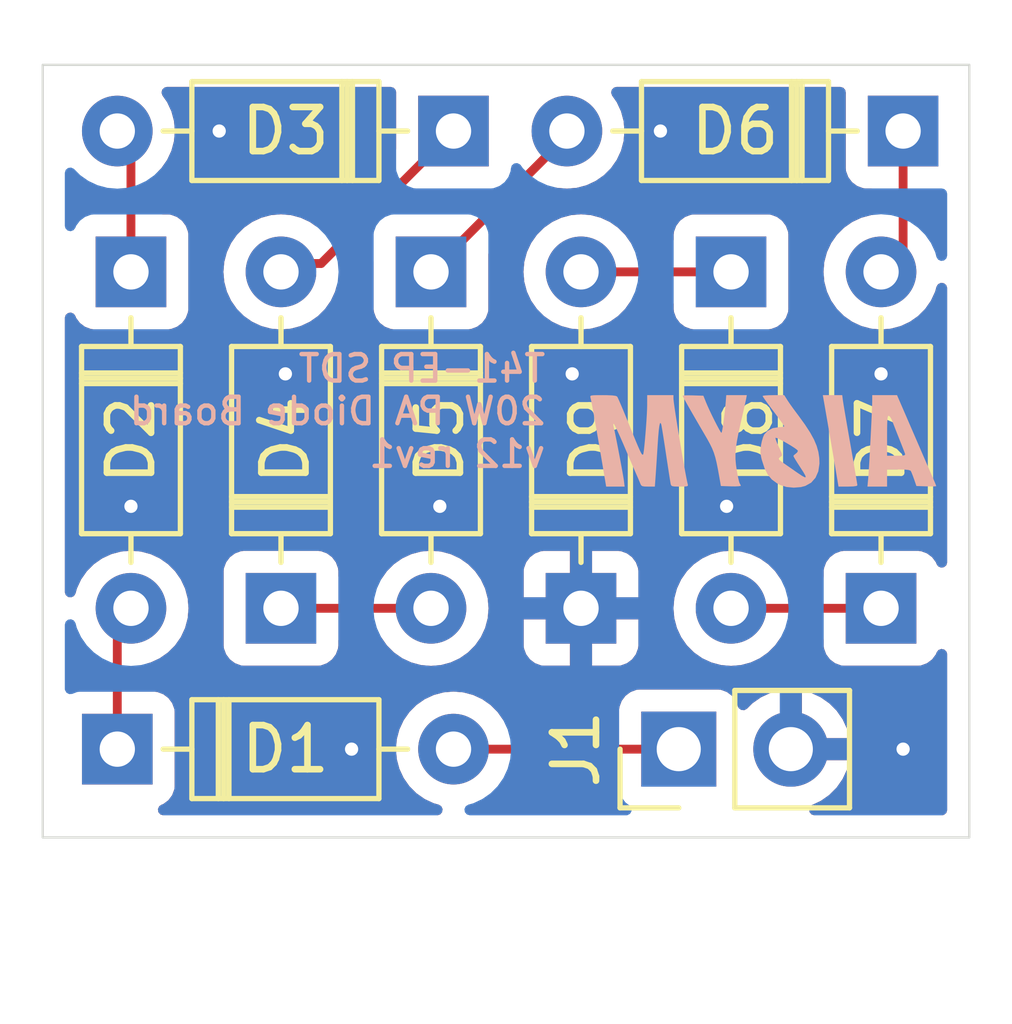
<source format=kicad_pcb>
(kicad_pcb (version 20240108) (generator "pcbnew") (generator_version "8.0")
  (layers (0 "F.Cu" signal) (31 "B.Cu" signal) (34 "B.Paste" user) (35 "F.Paste" user) (36 "B.SilkS" user "B.Silkscreen") (37 "F.SilkS" user "F.Silkscreen") (38 "B.Mask" user) (39 "F.Mask" user) (44 "Edge.Cuts" user))
  (net 0 "")
  (net 1 "Net-(D1-K)")
  (net 2 "Net-(D1-A)")
  (net 3 "Net-(D5-K)")
  (net 4 "Net-(D6-K)")
  (net 5 "Net-(D7-K)")
  (net 6 "Net-(D8-K)")
  (net 7 "Net-(D2-K)")
  (net 8 "Net-(D3-K)")
  (net 9 "Net-(D4-K)")
  (net 10 "GND")
  (footprint "Diode_THT:D_DO-35_SOD27_P7.62mm_Horizontal" (layer "F.Cu") (at 108.299998 53.69 -90)
    (property "Reference" "D5" (at 3.81 -0.200002 90) (layer "F.SilkS"))
    (property "Value" "1N4148")
    (fp_line (start 1.69 1.12) (end 5.93 1.12) (stroke (width 0.12)) (layer "F.SilkS"))
    (fp_line (start 5.93 1.12) (end 5.93 -1.12) (stroke (width 0.12)) (layer "F.SilkS"))
    (fp_line (start 1.04 0) (end 1.69 0) (stroke (width 0.12)) (layer "F.SilkS"))
    (fp_line (start 6.58 0) (end 5.93 0) (stroke (width 0.12)) (layer "F.SilkS"))
    (fp_line (start 1.69 -1.12) (end 1.69 1.12) (stroke (width 0.12)) (layer "F.SilkS"))
    (fp_line (start 2.29 -1.12) (end 2.29 1.12) (stroke (width 0.12)) (layer "F.SilkS"))
    (fp_line (start 2.41 -1.12) (end 2.41 1.12) (stroke (width 0.12)) (layer "F.SilkS"))
    (fp_line (start 2.53 -1.12) (end 2.53 1.12) (stroke (width 0.12)) (layer "F.SilkS"))
    (fp_line (start 5.93 -1.12) (end 1.69 -1.12) (stroke (width 0.12)) (layer "F.SilkS"))
    (pad "1" thru_hole rect (at 0 0 270) (size 1.6 1.6) (drill 0.8) (layers "*.Cu" "*.Mask") (net 3 "Net-(D5-K)"))
    (pad "2" thru_hole oval (at 7.62 0 270) (size 1.6 1.6) (drill 0.8) (layers "*.Cu" "*.Mask") (net 9 "Net-(D4-K)"))
  )
  (footprint "Diode_THT:D_DO-35_SOD27_P7.62mm_Horizontal" (layer "F.Cu") (at 118.499998 61.31 90)
    (property "Reference" "D7" (at 3.81 0.000002 90) (layer "F.SilkS"))
    (property "Value" "1N4148")
    (fp_line (start 5.93 -1.12) (end 1.69 -1.12) (stroke (width 0.12)) (layer "F.SilkS"))
    (fp_line (start 2.53 -1.12) (end 2.53 1.12) (stroke (width 0.12)) (layer "F.SilkS"))
    (fp_line (start 2.41 -1.12) (end 2.41 1.12) (stroke (width 0.12)) (layer "F.SilkS"))
    (fp_line (start 2.29 -1.12) (end 2.29 1.12) (stroke (width 0.12)) (layer "F.SilkS"))
    (fp_line (start 1.69 -1.12) (end 1.69 1.12) (stroke (width 0.12)) (layer "F.SilkS"))
    (fp_line (start 6.58 0) (end 5.93 0) (stroke (width 0.12)) (layer "F.SilkS"))
    (fp_line (start 1.04 0) (end 1.69 0) (stroke (width 0.12)) (layer "F.SilkS"))
    (fp_line (start 5.93 1.12) (end 5.93 -1.12) (stroke (width 0.12)) (layer "F.SilkS"))
    (fp_line (start 1.69 1.12) (end 5.93 1.12) (stroke (width 0.12)) (layer "F.SilkS"))
    (pad "1" thru_hole rect (at 0 0 90) (size 1.6 1.6) (drill 0.8) (layers "*.Cu" "*.Mask") (net 5 "Net-(D7-K)"))
    (pad "2" thru_hole oval (at 7.62 0 90) (size 1.6 1.6) (drill 0.8) (layers "*.Cu" "*.Mask") (net 4 "Net-(D6-K)"))
  )
  (footprint "Diode_THT:D_DO-35_SOD27_P7.62mm_Horizontal" (layer "F.Cu") (at 115.099996 53.69 -90)
    (property "Reference" "D8" (at 3.81 -0.400004 90) (layer "F.SilkS"))
    (property "Value" "1N4148")
    (fp_line (start 1.69 1.12) (end 5.93 1.12) (stroke (width 0.12)) (layer "F.SilkS"))
    (fp_line (start 5.93 1.12) (end 5.93 -1.12) (stroke (width 0.12)) (layer "F.SilkS"))
    (fp_line (start 1.04 0) (end 1.69 0) (stroke (width 0.12)) (layer "F.SilkS"))
    (fp_line (start 6.58 0) (end 5.93 0) (stroke (width 0.12)) (layer "F.SilkS"))
    (fp_line (start 1.69 -1.12) (end 1.69 1.12) (stroke (width 0.12)) (layer "F.SilkS"))
    (fp_line (start 2.29 -1.12) (end 2.29 1.12) (stroke (width 0.12)) (layer "F.SilkS"))
    (fp_line (start 2.41 -1.12) (end 2.41 1.12) (stroke (width 0.12)) (layer "F.SilkS"))
    (fp_line (start 2.53 -1.12) (end 2.53 1.12) (stroke (width 0.12)) (layer "F.SilkS"))
    (fp_line (start 5.93 -1.12) (end 1.69 -1.12) (stroke (width 0.12)) (layer "F.SilkS"))
    (pad "1" thru_hole rect (at 0 0 270) (size 1.6 1.6) (drill 0.8) (layers "*.Cu" "*.Mask") (net 6 "Net-(D8-K)"))
    (pad "2" thru_hole oval (at 7.62 0 270) (size 1.6 1.6) (drill 0.8) (layers "*.Cu" "*.Mask") (net 5 "Net-(D7-K)"))
  )
  (footprint "Diode_THT:D_DO-35_SOD27_P7.62mm_Horizontal" (layer "F.Cu") (at 119 50.5 180)
    (property "Reference" "D6" (at 3.81 0 0) (layer "F.SilkS"))
    (property "Value" "1N4148")
    (fp_line (start 6.58 0) (end 5.93 0) (stroke (width 0.12)) (layer "F.SilkS"))
    (fp_line (start 5.93 1.12) (end 5.93 -1.12) (stroke (width 0.12)) (layer "F.SilkS"))
    (fp_line (start 5.93 -1.12) (end 1.69 -1.12) (stroke (width 0.12)) (layer "F.SilkS"))
    (fp_line (start 2.53 -1.12) (end 2.53 1.12) (stroke (width 0.12)) (layer "F.SilkS"))
    (fp_line (start 2.41 -1.12) (end 2.41 1.12) (stroke (width 0.12)) (layer "F.SilkS"))
    (fp_line (start 2.29 -1.12) (end 2.29 1.12) (stroke (width 0.12)) (layer "F.SilkS"))
    (fp_line (start 1.69 1.12) (end 5.93 1.12) (stroke (width 0.12)) (layer "F.SilkS"))
    (fp_line (start 1.69 -1.12) (end 1.69 1.12) (stroke (width 0.12)) (layer "F.SilkS"))
    (fp_line (start 1.04 0) (end 1.69 0) (stroke (width 0.12)) (layer "F.SilkS"))
    (pad "1" thru_hole rect (at 0 0 180) (size 1.6 1.6) (drill 0.8) (layers "*.Cu" "*.Mask") (net 4 "Net-(D6-K)"))
    (pad "2" thru_hole oval (at 7.62 0 180) (size 1.6 1.6) (drill 0.8) (layers "*.Cu" "*.Mask") (net 3 "Net-(D5-K)"))
  )
  (footprint "Diode_THT:D_DO-35_SOD27_P7.62mm_Horizontal" (layer "F.Cu") (at 101.5 53.69 -90)
    (property "Reference" "D2" (at 3.81 0 90) (layer "F.SilkS"))
    (property "Value" "1N4148")
    (fp_line (start 1.69 1.12) (end 5.93 1.12) (stroke (width 0.12)) (layer "F.SilkS"))
    (fp_line (start 5.93 1.12) (end 5.93 -1.12) (stroke (width 0.12)) (layer "F.SilkS"))
    (fp_line (start 1.04 0) (end 1.69 0) (stroke (width 0.12)) (layer "F.SilkS"))
    (fp_line (start 6.58 0) (end 5.93 0) (stroke (width 0.12)) (layer "F.SilkS"))
    (fp_line (start 1.69 -1.12) (end 1.69 1.12) (stroke (width 0.12)) (layer "F.SilkS"))
    (fp_line (start 2.29 -1.12) (end 2.29 1.12) (stroke (width 0.12)) (layer "F.SilkS"))
    (fp_line (start 2.41 -1.12) (end 2.41 1.12) (stroke (width 0.12)) (layer "F.SilkS"))
    (fp_line (start 2.53 -1.12) (end 2.53 1.12) (stroke (width 0.12)) (layer "F.SilkS"))
    (fp_line (start 5.93 -1.12) (end 1.69 -1.12) (stroke (width 0.12)) (layer "F.SilkS"))
    (pad "1" thru_hole rect (at 0 0 270) (size 1.6 1.6) (drill 0.8) (layers "*.Cu" "*.Mask") (net 7 "Net-(D2-K)"))
    (pad "2" thru_hole oval (at 7.62 0 270) (size 1.6 1.6) (drill 0.8) (layers "*.Cu" "*.Mask") (net 1 "Net-(D1-K)"))
  )
  (footprint "Diode_THT:D_DO-35_SOD27_P7.62mm_Horizontal" (layer "F.Cu") (at 104.899999 61.31 90)
    (property "Reference" "D4" (at 3.81 0.100001 90) (layer "F.SilkS"))
    (property "Value" "1N4148")
    (fp_line (start 5.93 -1.12) (end 1.69 -1.12) (stroke (width 0.12)) (layer "F.SilkS"))
    (fp_line (start 2.53 -1.12) (end 2.53 1.12) (stroke (width 0.12)) (layer "F.SilkS"))
    (fp_line (start 2.41 -1.12) (end 2.41 1.12) (stroke (width 0.12)) (layer "F.SilkS"))
    (fp_line (start 2.29 -1.12) (end 2.29 1.12) (stroke (width 0.12)) (layer "F.SilkS"))
    (fp_line (start 1.69 -1.12) (end 1.69 1.12) (stroke (width 0.12)) (layer "F.SilkS"))
    (fp_line (start 6.58 0) (end 5.93 0) (stroke (width 0.12)) (layer "F.SilkS"))
    (fp_line (start 1.04 0) (end 1.69 0) (stroke (width 0.12)) (layer "F.SilkS"))
    (fp_line (start 5.93 1.12) (end 5.93 -1.12) (stroke (width 0.12)) (layer "F.SilkS"))
    (fp_line (start 1.69 1.12) (end 5.93 1.12) (stroke (width 0.12)) (layer "F.SilkS"))
    (pad "1" thru_hole rect (at 0 0 90) (size 1.6 1.6) (drill 0.8) (layers "*.Cu" "*.Mask") (net 9 "Net-(D4-K)"))
    (pad "2" thru_hole oval (at 7.62 0 90) (size 1.6 1.6) (drill 0.8) (layers "*.Cu" "*.Mask") (net 8 "Net-(D3-K)"))
  )
  (footprint "Diode_THT:D_DO-35_SOD27_P7.62mm_Horizontal" (layer "F.Cu") (at 108.81 50.5 180)
    (property "Reference" "D3" (at 3.81 0 0) (layer "F.SilkS"))
    (property "Value" "1N4148")
    (fp_line (start 6.58 0) (end 5.93 0) (stroke (width 0.12)) (layer "F.SilkS"))
    (fp_line (start 5.93 1.12) (end 5.93 -1.12) (stroke (width 0.12)) (layer "F.SilkS"))
    (fp_line (start 5.93 -1.12) (end 1.69 -1.12) (stroke (width 0.12)) (layer "F.SilkS"))
    (fp_line (start 2.53 -1.12) (end 2.53 1.12) (stroke (width 0.12)) (layer "F.SilkS"))
    (fp_line (start 2.41 -1.12) (end 2.41 1.12) (stroke (width 0.12)) (layer "F.SilkS"))
    (fp_line (start 2.29 -1.12) (end 2.29 1.12) (stroke (width 0.12)) (layer "F.SilkS"))
    (fp_line (start 1.69 1.12) (end 5.93 1.12) (stroke (width 0.12)) (layer "F.SilkS"))
    (fp_line (start 1.69 -1.12) (end 1.69 1.12) (stroke (width 0.12)) (layer "F.SilkS"))
    (fp_line (start 1.04 0) (end 1.69 0) (stroke (width 0.12)) (layer "F.SilkS"))
    (pad "1" thru_hole rect (at 0 0 180) (size 1.6 1.6) (drill 0.8) (layers "*.Cu" "*.Mask") (net 8 "Net-(D3-K)"))
    (pad "2" thru_hole oval (at 7.62 0 180) (size 1.6 1.6) (drill 0.8) (layers "*.Cu" "*.Mask") (net 7 "Net-(D2-K)"))
  )
  (footprint "Diode_THT:D_DO-35_SOD27_P7.62mm_Horizontal" (layer "F.Cu") (at 111.699997 61.31 90)
    (property "Reference" "D9" (at 3.81 0.300003 90) (layer "F.SilkS"))
    (property "Value" "1N4148")
    (fp_line (start 5.93 -1.12) (end 1.69 -1.12) (stroke (width 0.12)) (layer "F.SilkS"))
    (fp_line (start 2.53 -1.12) (end 2.53 1.12) (stroke (width 0.12)) (layer "F.SilkS"))
    (fp_line (start 2.41 -1.12) (end 2.41 1.12) (stroke (width 0.12)) (layer "F.SilkS"))
    (fp_line (start 2.29 -1.12) (end 2.29 1.12) (stroke (width 0.12)) (layer "F.SilkS"))
    (fp_line (start 1.69 -1.12) (end 1.69 1.12) (stroke (width 0.12)) (layer "F.SilkS"))
    (fp_line (start 6.58 0) (end 5.93 0) (stroke (width 0.12)) (layer "F.SilkS"))
    (fp_line (start 1.04 0) (end 1.69 0) (stroke (width 0.12)) (layer "F.SilkS"))
    (fp_line (start 5.93 1.12) (end 5.93 -1.12) (stroke (width 0.12)) (layer "F.SilkS"))
    (fp_line (start 1.69 1.12) (end 5.93 1.12) (stroke (width 0.12)) (layer "F.SilkS"))
    (pad "1" thru_hole rect (at 0 0 90) (size 1.6 1.6) (drill 0.8) (layers "*.Cu" "*.Mask") (net 10 "GND"))
    (pad "2" thru_hole oval (at 7.62 0 90) (size 1.6 1.6) (drill 0.8) (layers "*.Cu" "*.Mask") (net 6 "Net-(D8-K)"))
  )
  (footprint "Diode_THT:D_DO-35_SOD27_P7.62mm_Horizontal" (layer "F.Cu") (at 101.19 64.5)
    (property "Reference" "D1" (at 3.81 0 0) (layer "F.SilkS"))
    (property "Value" "1N4148")
    (fp_line (start 1.04 0) (end 1.69 0) (stroke (width 0.12)) (layer "F.SilkS"))
    (fp_line (start 1.69 -1.12) (end 1.69 1.12) (stroke (width 0.12)) (layer "F.SilkS"))
    (fp_line (start 1.69 1.12) (end 5.93 1.12) (stroke (width 0.12)) (layer "F.SilkS"))
    (fp_line (start 2.29 -1.12) (end 2.29 1.12) (stroke (width 0.12)) (layer "F.SilkS"))
    (fp_line (start 2.41 -1.12) (end 2.41 1.12) (stroke (width 0.12)) (layer "F.SilkS"))
    (fp_line (start 2.53 -1.12) (end 2.53 1.12) (stroke (width 0.12)) (layer "F.SilkS"))
    (fp_line (start 5.93 -1.12) (end 1.69 -1.12) (stroke (width 0.12)) (layer "F.SilkS"))
    (fp_line (start 5.93 1.12) (end 5.93 -1.12) (stroke (width 0.12)) (layer "F.SilkS"))
    (fp_line (start 6.58 0) (end 5.93 0) (stroke (width 0.12)) (layer "F.SilkS"))
    (pad "1" thru_hole rect (at 0 0) (size 1.6 1.6) (drill 0.8) (layers "*.Cu" "*.Mask") (net 1 "Net-(D1-K)"))
    (pad "2" thru_hole oval (at 7.62 0) (size 1.6 1.6) (drill 0.8) (layers "*.Cu" "*.Mask") (net 2 "Net-(D1-A)"))
  )
  (footprint "Connector_PinHeader_2.54mm:PinHeader_1x02_P2.54mm_Vertical" (layer "F.Cu") (at 113.915 64.5 90)
    (property "Reference" "J1" (at 0 -2.33 90) (layer "F.SilkS"))
    (property "Value" "Conn_01x02_Pin")
    (fp_line (start -1.33 -1.33) (end 0 -1.33) (stroke (width 0.12)) (layer "F.SilkS"))
    (fp_line (start -1.33 0) (end -1.33 -1.33) (stroke (width 0.12)) (layer "F.SilkS"))
    (fp_line (start 1.33 1.27) (end 1.33 3.87) (stroke (width 0.12)) (layer "F.SilkS"))
    (fp_line (start -1.33 1.27) (end 1.33 1.27) (stroke (width 0.12)) (layer "F.SilkS"))
    (fp_line (start -1.33 1.27) (end -1.33 3.87) (stroke (width 0.12)) (layer "F.SilkS"))
    (fp_line (start -1.33 3.87) (end 1.33 3.87) (stroke (width 0.12)) (layer "F.SilkS"))
    (pad "1" thru_hole rect (at 0 0 90) (size 1.7 1.7) (drill 1) (layers "*.Cu" "*.Mask") (net 2 "Net-(D1-A)"))
    (pad "2" thru_hole oval (at 0 2.54 90) (size 1.7 1.7) (drill 1) (layers "*.Cu" "*.Mask") (net 10 "GND"))
  )
  (footprint "ai6ym:silkscreen_logo_8mm" (layer "B.Cu") (at 115.840513 57.491605 180)
    (property "Reference" "G***" (hide yes))
    (property "Value" "LOGO" (hide yes))
    (fp_poly (pts (xy -1.354448 0.925637) (xy -1.375969 0.802827) (xy -1.404 0.641697) (xy -1.436721 0.452808) (xy -1.472313 0.246723) (xy -1.508959 0.034003) (xy -1.54484 -0.174792) (xy -1.578137 -0.369098) (xy -1.607032 -0.538355) (xy -1.629707 -0.672001) (xy -1.637529 -0.718502) (xy -1.694992 -1.06157) (xy -1.909066 -1.06157) (xy -2.029687 -1.058115) (xy -2.101427 -1.047866) (xy -2.123139 -1.032533) (xy -2.118786 -1.001062) (xy -2.106409 -0.92461) (xy -2.087033 -0.809184) (xy -2.061685 -0.66079) (xy -2.031387 -0.485434) (xy -1.997167 -0.289123) (xy -1.965166 -0.106896) (xy -1.927629 0.10706) (xy -1.892493 0.309066) (xy -1.860905 0.492388) (xy -1.834015 0.650289) (xy -1.81297 0.776036) (xy -1.79892 0.862893) (xy -1.793501 0.899745) (xy -1.779809 1.009786) (xy -1.559707 1.009786) (xy -1.339605 1.009786)) (fill solid) (layer "B.SilkS"))
    (fp_poly (pts (xy 0.861279 0.847961) (xy 0.872995 0.718945) (xy 0.887716 0.583664) (xy 0.904076 0.451896) (xy 0.920712 0.333422) (xy 0.936256 0.238021) (xy 0.949345 0.175474) (xy 0.957972 0.155352) (xy 0.97603 0.17728) (xy 1.011036 0.236764) (xy 1.058211 0.324354) (xy 1.112778 0.430598) (xy 1.169962 0.546047) (xy 1.224984 0.661249) (xy 1.273067 0.766755) (xy 1.304807 0.841488) (xy 1.3674 0.99684) (xy 1.602864 1.004284) (xy 1.706027 1.005992) (xy 1.786219 1.00436) (xy 1.831961 0.999772) (xy 1.838329 0.996447) (xy 1.825489 0.96784) (xy 1.788548 0.898889) (xy 1.729869 0.793759) (xy 1.65182 0.656617) (xy 1.556765 0.491627) (xy 1.447069 0.302954) (xy 1.360683 0.155352) (xy 1.281477 0.018945) (xy 1.218898 -0.094782) (xy 1.169572 -0.195816) (xy 1.130121 -0.294146) (xy 1.097172 -0.399761) (xy 1.067348 -0.522649) (xy 1.037274 -0.672798) (xy 1.003573 -0.860197) (xy 0.988802 -0.945056) (xy 0.970844 -1.048624) (xy 0.744342 -1.056105) (xy 0.643364 -1.057148) (xy 0.565572 -1.053587) (xy 0.522658 -1.046159) (xy 0.517839 -1.041864) (xy 0.533494 -1.004733) (xy 0.541041 -0.995546) (xy 0.554638 -0.961068) (xy 0.573156 -0.887222) (xy 0.59387 -0.785852) (xy 0.609068 -0.699737) (xy 0.628628 -0.564776) (xy 0.639174 -0.441193) (xy 0.639872 -0.319135) (xy 0.62989 -0.188746) (xy 0.608396 -0.040171) (xy 0.574555 0.136445) (xy 0.527535 0.350955) (xy 0.516004 0.401325) (xy 0.480907 0.554575) (xy 0.449148 0.69466) (xy 0.422865 0.812044) (xy 0.404193 0.897187) (xy 0.395623 0.938583) (xy 0.382502 1.009786) (xy 0.615452 1.009786) (xy 0.848402 1.009786)) (fill solid) (layer "B.SilkS"))
    (fp_poly (pts (xy -2.459432 0.873853) (xy -2.457849 0.802168) (xy -2.453616 0.687518) (xy -2.447189 0.538629) (xy -2.439023 0.364229) (xy -2.429575 0.173043) (xy -2.4193 -0.026202) (xy -2.408654 -0.224781) (xy -2.398095 -0.413968) (xy -2.388077 -0.585035) (xy -2.379056 -0.729257) (xy -2.371489 -0.837907) (xy -2.367427 -0.886799) (xy -2.350911 -1.06157) (xy -2.573621 -1.06157) (xy -2.79633 -1.06157) (xy -2.79633 -0.86738) (xy -2.79633 -0.673191) (xy -3.053721 -0.673191) (xy -3.194349 -0.676294) (xy -3.285553 -0.685756) (xy -3.32933 -0.701805) (xy -3.33206 -0.704988) (xy -3.351162 -0.745107) (xy -3.379809 -0.817523) (xy -3.406927 -0.892704) (xy -3.460847 -1.048624) (xy -3.685265 -1.056105) (xy -3.785751 -1.058062) (xy -3.862986 -1.056915) (xy -3.905214 -1.052957) (xy -3.909684 -1.050511) (xy -3.900279 -1.020343) (xy -3.877174 -0.96322) (xy -3.87249 -0.952408) (xy -3.839019 -0.875631) (xy -3.789059 -0.760695) (xy -3.726674 -0.616971) (xy -3.655928 -0.45383) (xy -3.606438 -0.339615) (xy -3.20439 -0.339615) (xy -3.186779 -0.353169) (xy -3.140123 -0.360017) (xy -3.055003 -0.362339) (xy -3.006485 -0.362487) (xy -2.79633 -0.362487) (xy -2.79633 0.090622) (xy -2.796982 0.257775) (xy -2.79929 0.37963) (xy -2.803776 0.462662) (xy -2.810965 0.513345) (xy -2.821382 0.538152) (xy -2.833026 0.543731) (xy -2.862254 0.521428) (xy -2.896526 0.464451) (xy -2.915038 0.420744) (xy -2.94336 0.345984) (xy -2.984975 0.238747) (xy -3.033812 0.114583) (xy -3.074229 0.012946) (xy -3.120337 -0.103159) (xy -3.160081 -0.204698) (xy -3.189028 -0.280249) (xy -3.202373 -0.317177) (xy -3.20439 -0.339615) (xy -3.606438 -0.339615) (xy -3.580885 -0.280643) (xy -3.505608 -0.106782) (xy -3.437016 0.051784) (xy -3.3679 0.21153) (xy -3.289462 0.392647) (xy -3.212395 0.570454) (xy -3.159399 0.692609) (xy -3.021714 1.009786) (xy -2.740725 1.009786) (xy -2.459735 1.009786)) (fill solid) (layer "B.SilkS"))
    (fp_poly (pts (xy -0.114158 1.007888) (xy -0.031335 1.002787) (xy 0.017469 0.995371) (xy 0.025757 0.990367) (xy 0.01083 0.964088) (xy -0.030283 0.90423) (xy -0.092223 0.818283) (xy -0.169632 0.713736) (xy -0.219679 0.647299) (xy -0.303654 0.535367) (xy -0.375319 0.43768) (xy -0.429306 0.361727) (xy -0.460246 0.315) (xy -0.465518 0.30423) (xy -0.442624 0.292893) (xy -0.383775 0.285848) (xy -0.343068 0.284714) (xy -0.205329 0.262597) (xy -0.088022 0.200544) (xy -0.012262 0.119103) (xy 0.014346 0.059652) (xy 0.041047 -0.030115) (xy 0.059195 -0.115516) (xy 0.073642 -0.222563) (xy 0.072889 -0.310141) (xy 0.055569 -0.406043) (xy 0.042343 -0.458055) (xy -0.018339 -0.645551) (xy -0.091953 -0.790609) (xy -0.185086 -0.902186) (xy -0.304323 -0.989237) (xy -0.375433 -1.026198) (xy -0.517035 -1.070249) (xy -0.680293 -1.086098) (xy -0.842935 -1.072964) (xy -0.944285 -1.046181) (xy -1.076415 -0.97204) (xy -1.174964 -0.86064) (xy -1.180732 -0.847392) (xy -0.953584 -0.847392) (xy -0.931788 -0.851689) (xy -0.873147 -0.820705) (xy -0.775891 -0.756215) (xy -0.710299 -0.710607) (xy -0.610189 -0.640704) (xy -0.516211 -0.575423) (xy -0.44316 -0.525026) (xy -0.421064 -0.509944) (xy -0.359427 -0.463111) (xy -0.34083 -0.429872) (xy -0.36234 -0.399987) (xy -0.385113 -0.38441) (xy -0.407726 -0.36674) (xy -0.415248 -0.34324) (xy -0.405595 -0.302975) (xy -0.376683 -0.23501) (xy -0.342937 -0.163132) (xy -0.302791 -0.073225) (xy -0.275751 -0.001998) (xy -0.266197 0.038585) (xy -0.267454 0.043057) (xy -0.295877 0.038525) (xy -0.356471 0.011906) (xy -0.438175 -0.03038) (xy -0.529928 -0.081914) (xy -0.620668 -0.136275) (xy -0.699336 -0.187044) (xy -0.75487 -0.227802) (xy -0.77621 -0.252129) (xy -0.776213 -0.252227) (xy -0.756876 -0.289789) (xy -0.724974 -0.316712) (xy -0.684626 -0.349373) (xy -0.67319 -0.368956) (xy -0.68661 -0.397743) (xy -0.722763 -0.459289) (xy -0.775488 -0.54338) (xy -0.815596 -0.605088) (xy -0.893718 -0.725865) (xy -0.940304 -0.806042) (xy -0.953584 -0.847392) (xy -1.180732 -0.847392) (xy -1.238094 -0.715631) (xy -1.263971 -0.540664) (xy -1.260379 -0.417367) (xy -1.239753 -0.278039) (xy -1.20084 -0.139917) (xy -1.140047 0.004148) (xy -1.053783 0.161305) (xy -0.938455 0.338702) (xy -0.790472 0.543487) (xy -0.751867 0.594651) (xy -0.676731 0.69568) (xy -0.604972 0.795754) (xy -0.54865 0.877943) (xy -0.534567 0.899745) (xy -0.465405 1.009786) (xy -0.219756 1.009786)) (fill solid) (layer "B.SilkS"))
    (fp_poly (pts (xy 2.641297 0.783231) (xy 2.64343 0.691025) (xy 2.649125 0.570171) (xy 2.657637 0.429793) (xy 2.668221 0.279011) (xy 2.680134 0.126946) (xy 2.692631 -0.017278) (xy 2.704967 -0.144541) (xy 2.7164 -0.245722) (xy 2.726184 -0.311698) (xy 2.732377 -0.333056) (xy 2.74146 -0.339323) (xy 2.751831 -0.336989) (xy 2.765497 -0.321673) (xy 2.784464 -0.288998) (xy 2.810741 -0.234585) (xy 2.846334 -0.154055) (xy 2.893251 -0.043029) (xy 2.953499 0.102871) (xy 3.029085 0.288024) (xy 3.122016 0.516809) (xy 3.122434 0.517839) (xy 3.179969 0.658012) (xy 3.232349 0.782593) (xy 3.275931 0.883154) (xy 3.307071 0.951266) (xy 3.321089 0.977421) (xy 3.355502 0.993447) (xy 3.431638 1.003855) (xy 3.553336 1.00903) (xy 3.644009 1.009786) (xy 3.77153 1.009473) (xy 3.855602 1.007386) (xy 3.904561 1.001798) (xy 3.926741 0.990984) (xy 3.930477 0.973219) (xy 3.925422 0.951529) (xy 3.912033 0.892789) (xy 3.890878 0.785622) (xy 3.862433 0.632725) (xy 3.827174 0.436794) (xy 3.785578 0.200526) (xy 3.73812 -0.073383) (xy 3.685276 -0.382235) (xy 3.627524 -0.723335) (xy 3.584837 -0.977421) (xy 3.570743 -1.06157) (xy 3.361486 -1.06157) (xy 3.152229 -1.06157) (xy 3.166553 -0.938583) (xy 3.175484 -0.878565) (xy 3.192349 -0.779776) (xy 3.21537 -0.65152) (xy 3.242771 -0.5031) (xy 3.272774 -0.343817) (xy 3.303601 -0.182975) (xy 3.333475 -0.029875) (xy 3.360617 0.106179) (xy 3.383251 0.215885) (xy 3.3996 0.289941) (xy 3.405982 0.314455) (xy 3.409426 0.3535) (xy 3.399889 0.362487) (xy 3.383905 0.339745) (xy 3.351215 0.27613) (xy 3.305056 0.178557) (xy 3.248668 0.05394) (xy 3.185289 -0.090806) (xy 3.160374 -0.148879) (xy 3.091713 -0.309452) (xy 3.026129 -0.462176) (xy 2.967684 -0.597636) (xy 2.920444 -0.706422) (xy 2.888471 -0.77912) (xy 2.883722 -0.789705) (xy 2.844898 -0.877878) (xy 2.811113 -0.958335) (xy 2.798483 -0.990367) (xy 2.779419 -1.030361) (xy 2.751009 -1.051679) (xy 2.698608 -1.06014) (xy 2.619288 -1.06157) (xy 2.466857 -1.06157) (xy 2.451291 -0.847961) (xy 2.444536 -0.751178) (xy 2.435506 -0.61595) (xy 2.425065 -0.455521) (xy 2.414076 -0.283136) (xy 2.405279 -0.142406) (xy 2.391713 0.0574) (xy 2.378662 0.207565) (xy 2.365762 0.310222) (xy 2.352646 0.367507) (xy 2.338947 0.381553) (xy 2.324302 0.354496) (xy 2.321608 0.345674) (xy 2.314008 0.307409) (xy 2.300063 0.225613) (xy 2.281006 0.107981) (xy 2.25807 -0.03779) (xy 2.232487 -0.204004) (xy 2.214379 -0.32365) (xy 2.18772 -0.50002) (xy 2.162992 -0.661813) (xy 2.141418 -0.801172) (xy 2.124219 -0.91024) (xy 2.112619 -0.98116) (xy 2.108611 -1.003313) (xy 2.098387 -1.033018) (xy 2.07567 -1.050448) (xy 2.028917 -1.058841) (xy 1.946584 -1.061433) (xy 1.90082 -1.06157) (xy 1.801573 -1.060337) (xy 1.744389 -1.055028) (xy 1.719574 -1.043225) (xy 1.717433 -1.022509) (xy 1.71912 -1.016259) (xy 1.733415 -0.95731) (xy 1.754102 -0.855893) (xy 1.779928 -0.719512) (xy 1.809636 -0.555672) (xy 1.841971 -0.371877) (xy 1.875677 -0.175631) (xy 1.909498 0.025563) (xy 1.94218 0.224199) (xy 1.972467 0.412774) (xy 1.999103 0.583784) (xy 2.020833 0.729724) (xy 2.036401 0.84309) (xy 2.044551 0.916379) (xy 2.045464 0.934263) (xy 2.045464 1.009786) (xy 2.343222 1.009786) (xy 2.640979 1.009786)) (fill solid) (layer "B.SilkS"))
  )
  (gr_rect (start 99.499999 49) (end 120.499999 66.5) (stroke (width 0.05)) (fill none) (layer "Edge.Cuts"))
  (gr_text "T41-EP SDT\n20W PA Diode Board\nv12 rev1" (at 110.946799 58.161977 0) (layer "B.SilkS") (effects (font (size 0.6 0.6) (thickness 0.1)) (justify left bottom mirror)))
  (segment (start 101.19 64.5) (end 101.19 61.81) (width 0.2) (layer "F.Cu") (net 1))
  (segment (start 101.19 61.81) (end 101.5 61.5) (width 0.2) (layer "F.Cu") (net 1))
  (segment (start 113.915 64.5) (end 109 64.5) (width 0.2) (layer "F.Cu") (net 2))
  (segment (start 108.299998 53.69) (end 111.38 50.609998) (width 0.2) (layer "F.Cu") (net 3))
  (segment (start 111.38 50.609998) (end 111.38 50.5) (width 0.2) (layer "F.Cu") (net 3))
  (segment (start 119 50.5) (end 119 53.189998) (width 0.2) (layer "F.Cu") (net 4))
  (segment (start 119 53.189998) (end 118.499998 53.69) (width 0.2) (layer "F.Cu") (net 4))
  (segment (start 118.499998 61.31) (end 115.099996 61.31) (width 0.2) (layer "F.Cu") (net 5))
  (segment (start 115.099996 53.69) (end 111.699997 53.69) (width 0.2) (layer "F.Cu") (net 6))
  (segment (start 101.5 51) (end 101 50.5) (width 0.2) (layer "F.Cu") (net 7))
  (segment (start 101.5 53.69) (end 101.5 51) (width 0.2) (layer "F.Cu") (net 7))
  (segment (start 105.81 53.5) (end 105 53.5) (width 0.2) (layer "F.Cu") (net 8))
  (segment (start 108.81 50.5) (end 105.81 53.5) (width 0.2) (layer "F.Cu") (net 8))
  (segment (start 108.31 61.31) (end 108.5 61.5) (width 0.2) (layer "F.Cu") (net 9))
  (segment (start 104.899999 61.31) (end 108.31 61.31) (width 0.2) (layer "F.Cu") (net 9))
  (via (at 106.5 64.5) (size 0.6) (drill 0.3) (layers "F.Cu" "B.Cu") (net 10))
  (via (at 101.5 59) (size 0.6) (drill 0.3) (layers "F.Cu" "B.Cu") (net 10))
  (via (at 119 64.5) (size 0.6) (drill 0.3) (layers "F.Cu" "B.Cu") (net 10))
  (via (at 111.5 56) (size 0.6) (drill 0.3) (layers "F.Cu" "B.Cu") (net 10))
  (via (at 105 56) (size 0.6) (drill 0.3) (layers "F.Cu" "B.Cu") (net 10))
  (via (at 108.5 59) (size 0.6) (drill 0.3) (layers "F.Cu" "B.Cu") (net 10))
  (via (at 103.5 50.5) (size 0.6) (drill 0.3) (layers "F.Cu" "B.Cu") (net 10))
  (via (at 113.5 50.5) (size 0.6) (drill 0.3) (layers "F.Cu" "B.Cu") (net 10))
  (via (at 118.5 56) (size 0.6) (drill 0.3) (layers "F.Cu" "B.Cu") (net 10))
  (via (at 115 59) (size 0.6) (drill 0.3) (layers "F.Cu" "B.Cu") (net 10))
  (zone (net 10) (net_name "GND") (layers "F&B.Cu") (connect_pads (clearance 0.5)) (min_thickness 0.25) (fill yes (thermal_gap 0.5) (thermal_bridge_width 0.5))
    (polygon (pts (xy 120.5 49) (xy 120.5 66.5) (xy 99.5 66.5) (xy 99.5 49)))
  )
)
</source>
